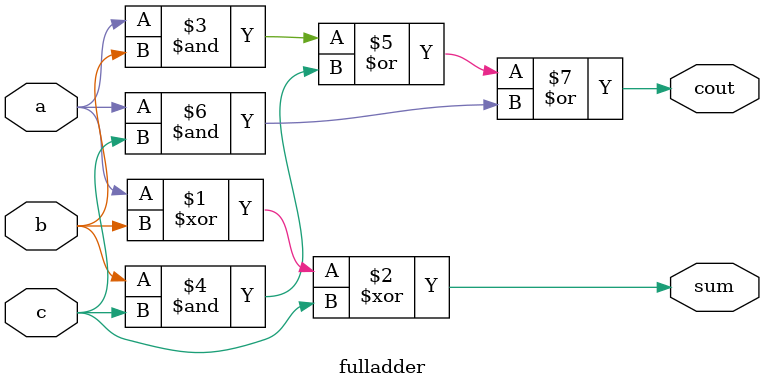
<source format=v>
module fulladder (
  input a,
  input b,
  input c,
  output sum,
  output cout
);
  assign sum = a ^ b ^ c;
  assign cout = (a & b) | (b & c) | (a & c);
endmodule

</source>
